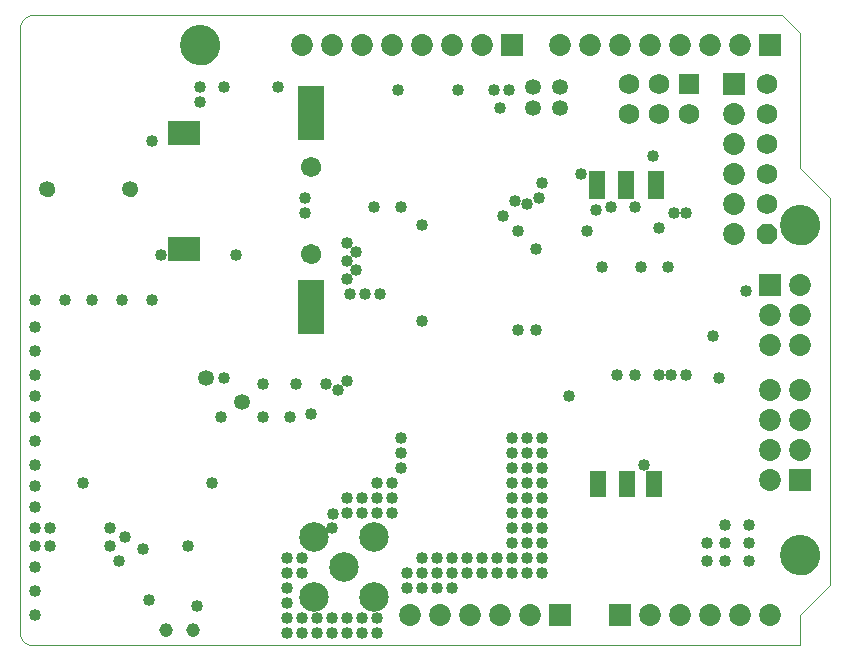
<source format=gbs>
G75*
%MOIN*%
%OFA0B0*%
%FSLAX24Y24*%
%IPPOS*%
%LPD*%
%AMOC8*
5,1,8,0,0,1.08239X$1,22.5*
%
%ADD10C,0.0000*%
%ADD11C,0.0530*%
%ADD12R,0.0867X0.1812*%
%ADD13C,0.0671*%
%ADD14OC8,0.0680*%
%ADD15C,0.0680*%
%ADD16C,0.0532*%
%ADD17R,0.0730X0.0730*%
%ADD18C,0.0730*%
%ADD19R,0.0680X0.0680*%
%ADD20C,0.0454*%
%ADD21R,0.0552X0.0946*%
%ADD22R,0.0552X0.0867*%
%ADD23C,0.1340*%
%ADD24R,0.1104X0.0789*%
%ADD25C,0.0986*%
%ADD26C,0.0398*%
D10*
X001001Y002840D02*
X026601Y002840D01*
X026601Y003840D01*
X027601Y004840D01*
X027601Y017740D01*
X026601Y018740D01*
X026601Y023240D01*
X026001Y023840D01*
X001001Y023840D01*
X000962Y023838D01*
X000923Y023832D01*
X000885Y023823D01*
X000848Y023810D01*
X000812Y023793D01*
X000779Y023773D01*
X000747Y023749D01*
X000718Y023723D01*
X000692Y023694D01*
X000668Y023662D01*
X000648Y023629D01*
X000631Y023593D01*
X000618Y023556D01*
X000609Y023518D01*
X000603Y023479D01*
X000601Y023440D01*
X000601Y003240D01*
X000603Y003201D01*
X000609Y003162D01*
X000618Y003124D01*
X000631Y003087D01*
X000648Y003051D01*
X000668Y003018D01*
X000692Y002986D01*
X000718Y002957D01*
X000747Y002931D01*
X000779Y002907D01*
X000812Y002887D01*
X000848Y002870D01*
X000885Y002857D01*
X000923Y002848D01*
X000962Y002842D01*
X001001Y002840D01*
X005261Y003340D02*
X005263Y003367D01*
X005269Y003393D01*
X005278Y003418D01*
X005291Y003441D01*
X005307Y003462D01*
X005326Y003481D01*
X005347Y003497D01*
X005370Y003510D01*
X005395Y003519D01*
X005421Y003525D01*
X005448Y003527D01*
X005475Y003525D01*
X005501Y003519D01*
X005526Y003510D01*
X005549Y003497D01*
X005570Y003481D01*
X005589Y003462D01*
X005605Y003441D01*
X005618Y003418D01*
X005627Y003393D01*
X005633Y003367D01*
X005635Y003340D01*
X005633Y003313D01*
X005627Y003287D01*
X005618Y003262D01*
X005605Y003239D01*
X005589Y003218D01*
X005570Y003199D01*
X005549Y003183D01*
X005526Y003170D01*
X005501Y003161D01*
X005475Y003155D01*
X005448Y003153D01*
X005421Y003155D01*
X005395Y003161D01*
X005370Y003170D01*
X005347Y003183D01*
X005326Y003199D01*
X005307Y003218D01*
X005291Y003239D01*
X005278Y003262D01*
X005269Y003287D01*
X005263Y003313D01*
X005261Y003340D01*
X006167Y003340D02*
X006169Y003367D01*
X006175Y003393D01*
X006184Y003418D01*
X006197Y003441D01*
X006213Y003462D01*
X006232Y003481D01*
X006253Y003497D01*
X006276Y003510D01*
X006301Y003519D01*
X006327Y003525D01*
X006354Y003527D01*
X006381Y003525D01*
X006407Y003519D01*
X006432Y003510D01*
X006455Y003497D01*
X006476Y003481D01*
X006495Y003462D01*
X006511Y003441D01*
X006524Y003418D01*
X006533Y003393D01*
X006539Y003367D01*
X006541Y003340D01*
X006539Y003313D01*
X006533Y003287D01*
X006524Y003262D01*
X006511Y003239D01*
X006495Y003218D01*
X006476Y003199D01*
X006455Y003183D01*
X006432Y003170D01*
X006407Y003161D01*
X006381Y003155D01*
X006354Y003153D01*
X006327Y003155D01*
X006301Y003161D01*
X006276Y003170D01*
X006253Y003183D01*
X006232Y003199D01*
X006213Y003218D01*
X006197Y003239D01*
X006184Y003262D01*
X006175Y003287D01*
X006169Y003313D01*
X006167Y003340D01*
X010006Y015883D02*
X010008Y015917D01*
X010014Y015951D01*
X010024Y015984D01*
X010037Y016015D01*
X010055Y016045D01*
X010075Y016073D01*
X010099Y016098D01*
X010125Y016120D01*
X010153Y016138D01*
X010184Y016154D01*
X010216Y016166D01*
X010250Y016174D01*
X010284Y016178D01*
X010318Y016178D01*
X010352Y016174D01*
X010386Y016166D01*
X010418Y016154D01*
X010448Y016138D01*
X010477Y016120D01*
X010503Y016098D01*
X010527Y016073D01*
X010547Y016045D01*
X010565Y016015D01*
X010578Y015984D01*
X010588Y015951D01*
X010594Y015917D01*
X010596Y015883D01*
X010594Y015849D01*
X010588Y015815D01*
X010578Y015782D01*
X010565Y015751D01*
X010547Y015721D01*
X010527Y015693D01*
X010503Y015668D01*
X010477Y015646D01*
X010449Y015628D01*
X010418Y015612D01*
X010386Y015600D01*
X010352Y015592D01*
X010318Y015588D01*
X010284Y015588D01*
X010250Y015592D01*
X010216Y015600D01*
X010184Y015612D01*
X010153Y015628D01*
X010125Y015646D01*
X010099Y015668D01*
X010075Y015693D01*
X010055Y015721D01*
X010037Y015751D01*
X010024Y015782D01*
X010014Y015815D01*
X010008Y015849D01*
X010006Y015883D01*
X010006Y018797D02*
X010008Y018831D01*
X010014Y018865D01*
X010024Y018898D01*
X010037Y018929D01*
X010055Y018959D01*
X010075Y018987D01*
X010099Y019012D01*
X010125Y019034D01*
X010153Y019052D01*
X010184Y019068D01*
X010216Y019080D01*
X010250Y019088D01*
X010284Y019092D01*
X010318Y019092D01*
X010352Y019088D01*
X010386Y019080D01*
X010418Y019068D01*
X010448Y019052D01*
X010477Y019034D01*
X010503Y019012D01*
X010527Y018987D01*
X010547Y018959D01*
X010565Y018929D01*
X010578Y018898D01*
X010588Y018865D01*
X010594Y018831D01*
X010596Y018797D01*
X010594Y018763D01*
X010588Y018729D01*
X010578Y018696D01*
X010565Y018665D01*
X010547Y018635D01*
X010527Y018607D01*
X010503Y018582D01*
X010477Y018560D01*
X010449Y018542D01*
X010418Y018526D01*
X010386Y018514D01*
X010352Y018506D01*
X010318Y018502D01*
X010284Y018502D01*
X010250Y018506D01*
X010216Y018514D01*
X010184Y018526D01*
X010153Y018542D01*
X010125Y018560D01*
X010099Y018582D01*
X010075Y018607D01*
X010055Y018635D01*
X010037Y018665D01*
X010024Y018696D01*
X010014Y018729D01*
X010008Y018763D01*
X010006Y018797D01*
X005971Y022840D02*
X005973Y022890D01*
X005979Y022940D01*
X005989Y022989D01*
X006003Y023037D01*
X006020Y023084D01*
X006041Y023129D01*
X006066Y023173D01*
X006094Y023214D01*
X006126Y023253D01*
X006160Y023290D01*
X006197Y023324D01*
X006237Y023354D01*
X006279Y023381D01*
X006323Y023405D01*
X006369Y023426D01*
X006416Y023442D01*
X006464Y023455D01*
X006514Y023464D01*
X006563Y023469D01*
X006614Y023470D01*
X006664Y023467D01*
X006713Y023460D01*
X006762Y023449D01*
X006810Y023434D01*
X006856Y023416D01*
X006901Y023394D01*
X006944Y023368D01*
X006985Y023339D01*
X007024Y023307D01*
X007060Y023272D01*
X007092Y023234D01*
X007122Y023194D01*
X007149Y023151D01*
X007172Y023107D01*
X007191Y023061D01*
X007207Y023013D01*
X007219Y022964D01*
X007227Y022915D01*
X007231Y022865D01*
X007231Y022815D01*
X007227Y022765D01*
X007219Y022716D01*
X007207Y022667D01*
X007191Y022619D01*
X007172Y022573D01*
X007149Y022529D01*
X007122Y022486D01*
X007092Y022446D01*
X007060Y022408D01*
X007024Y022373D01*
X006985Y022341D01*
X006944Y022312D01*
X006901Y022286D01*
X006856Y022264D01*
X006810Y022246D01*
X006762Y022231D01*
X006713Y022220D01*
X006664Y022213D01*
X006614Y022210D01*
X006563Y022211D01*
X006514Y022216D01*
X006464Y022225D01*
X006416Y022238D01*
X006369Y022254D01*
X006323Y022275D01*
X006279Y022299D01*
X006237Y022326D01*
X006197Y022356D01*
X006160Y022390D01*
X006126Y022427D01*
X006094Y022466D01*
X006066Y022507D01*
X006041Y022551D01*
X006020Y022596D01*
X006003Y022643D01*
X005989Y022691D01*
X005979Y022740D01*
X005973Y022790D01*
X005971Y022840D01*
X004036Y018040D02*
X004038Y018069D01*
X004044Y018098D01*
X004053Y018126D01*
X004066Y018153D01*
X004083Y018178D01*
X004102Y018200D01*
X004124Y018219D01*
X004149Y018236D01*
X004176Y018249D01*
X004204Y018258D01*
X004233Y018264D01*
X004262Y018266D01*
X004291Y018264D01*
X004320Y018258D01*
X004348Y018249D01*
X004375Y018236D01*
X004400Y018219D01*
X004422Y018200D01*
X004441Y018178D01*
X004458Y018153D01*
X004471Y018126D01*
X004480Y018098D01*
X004486Y018069D01*
X004488Y018040D01*
X004486Y018011D01*
X004480Y017982D01*
X004471Y017954D01*
X004458Y017927D01*
X004441Y017902D01*
X004422Y017880D01*
X004400Y017861D01*
X004375Y017844D01*
X004348Y017831D01*
X004320Y017822D01*
X004291Y017816D01*
X004262Y017814D01*
X004233Y017816D01*
X004204Y017822D01*
X004176Y017831D01*
X004149Y017844D01*
X004124Y017861D01*
X004102Y017880D01*
X004083Y017902D01*
X004066Y017927D01*
X004053Y017954D01*
X004044Y017982D01*
X004038Y018011D01*
X004036Y018040D01*
X001280Y018040D02*
X001282Y018069D01*
X001288Y018098D01*
X001297Y018126D01*
X001310Y018153D01*
X001327Y018178D01*
X001346Y018200D01*
X001368Y018219D01*
X001393Y018236D01*
X001420Y018249D01*
X001448Y018258D01*
X001477Y018264D01*
X001506Y018266D01*
X001535Y018264D01*
X001564Y018258D01*
X001592Y018249D01*
X001619Y018236D01*
X001644Y018219D01*
X001666Y018200D01*
X001685Y018178D01*
X001702Y018153D01*
X001715Y018126D01*
X001724Y018098D01*
X001730Y018069D01*
X001732Y018040D01*
X001730Y018011D01*
X001724Y017982D01*
X001715Y017954D01*
X001702Y017927D01*
X001685Y017902D01*
X001666Y017880D01*
X001644Y017861D01*
X001619Y017844D01*
X001592Y017831D01*
X001564Y017822D01*
X001535Y017816D01*
X001506Y017814D01*
X001477Y017816D01*
X001448Y017822D01*
X001420Y017831D01*
X001393Y017844D01*
X001368Y017861D01*
X001346Y017880D01*
X001327Y017902D01*
X001310Y017927D01*
X001297Y017954D01*
X001288Y017982D01*
X001282Y018011D01*
X001280Y018040D01*
X025971Y016840D02*
X025973Y016890D01*
X025979Y016940D01*
X025989Y016989D01*
X026003Y017037D01*
X026020Y017084D01*
X026041Y017129D01*
X026066Y017173D01*
X026094Y017214D01*
X026126Y017253D01*
X026160Y017290D01*
X026197Y017324D01*
X026237Y017354D01*
X026279Y017381D01*
X026323Y017405D01*
X026369Y017426D01*
X026416Y017442D01*
X026464Y017455D01*
X026514Y017464D01*
X026563Y017469D01*
X026614Y017470D01*
X026664Y017467D01*
X026713Y017460D01*
X026762Y017449D01*
X026810Y017434D01*
X026856Y017416D01*
X026901Y017394D01*
X026944Y017368D01*
X026985Y017339D01*
X027024Y017307D01*
X027060Y017272D01*
X027092Y017234D01*
X027122Y017194D01*
X027149Y017151D01*
X027172Y017107D01*
X027191Y017061D01*
X027207Y017013D01*
X027219Y016964D01*
X027227Y016915D01*
X027231Y016865D01*
X027231Y016815D01*
X027227Y016765D01*
X027219Y016716D01*
X027207Y016667D01*
X027191Y016619D01*
X027172Y016573D01*
X027149Y016529D01*
X027122Y016486D01*
X027092Y016446D01*
X027060Y016408D01*
X027024Y016373D01*
X026985Y016341D01*
X026944Y016312D01*
X026901Y016286D01*
X026856Y016264D01*
X026810Y016246D01*
X026762Y016231D01*
X026713Y016220D01*
X026664Y016213D01*
X026614Y016210D01*
X026563Y016211D01*
X026514Y016216D01*
X026464Y016225D01*
X026416Y016238D01*
X026369Y016254D01*
X026323Y016275D01*
X026279Y016299D01*
X026237Y016326D01*
X026197Y016356D01*
X026160Y016390D01*
X026126Y016427D01*
X026094Y016466D01*
X026066Y016507D01*
X026041Y016551D01*
X026020Y016596D01*
X026003Y016643D01*
X025989Y016691D01*
X025979Y016740D01*
X025973Y016790D01*
X025971Y016840D01*
X025971Y005840D02*
X025973Y005890D01*
X025979Y005940D01*
X025989Y005989D01*
X026003Y006037D01*
X026020Y006084D01*
X026041Y006129D01*
X026066Y006173D01*
X026094Y006214D01*
X026126Y006253D01*
X026160Y006290D01*
X026197Y006324D01*
X026237Y006354D01*
X026279Y006381D01*
X026323Y006405D01*
X026369Y006426D01*
X026416Y006442D01*
X026464Y006455D01*
X026514Y006464D01*
X026563Y006469D01*
X026614Y006470D01*
X026664Y006467D01*
X026713Y006460D01*
X026762Y006449D01*
X026810Y006434D01*
X026856Y006416D01*
X026901Y006394D01*
X026944Y006368D01*
X026985Y006339D01*
X027024Y006307D01*
X027060Y006272D01*
X027092Y006234D01*
X027122Y006194D01*
X027149Y006151D01*
X027172Y006107D01*
X027191Y006061D01*
X027207Y006013D01*
X027219Y005964D01*
X027227Y005915D01*
X027231Y005865D01*
X027231Y005815D01*
X027227Y005765D01*
X027219Y005716D01*
X027207Y005667D01*
X027191Y005619D01*
X027172Y005573D01*
X027149Y005529D01*
X027122Y005486D01*
X027092Y005446D01*
X027060Y005408D01*
X027024Y005373D01*
X026985Y005341D01*
X026944Y005312D01*
X026901Y005286D01*
X026856Y005264D01*
X026810Y005246D01*
X026762Y005231D01*
X026713Y005220D01*
X026664Y005213D01*
X026614Y005210D01*
X026563Y005211D01*
X026514Y005216D01*
X026464Y005225D01*
X026416Y005238D01*
X026369Y005254D01*
X026323Y005275D01*
X026279Y005299D01*
X026237Y005326D01*
X026197Y005356D01*
X026160Y005390D01*
X026126Y005427D01*
X026094Y005466D01*
X026066Y005507D01*
X026041Y005551D01*
X026020Y005596D01*
X026003Y005643D01*
X025989Y005691D01*
X025979Y005740D01*
X025973Y005790D01*
X025971Y005840D01*
D11*
X018601Y020740D03*
X018601Y021440D03*
X017701Y021440D03*
X017701Y020740D03*
X006801Y011740D03*
X008001Y010940D03*
D12*
X010301Y014112D03*
X010301Y020568D03*
D13*
X010301Y018797D03*
X010301Y015883D03*
D14*
X025501Y016540D03*
D15*
X025501Y017540D03*
X025501Y018540D03*
X025501Y019540D03*
X025501Y020540D03*
X025501Y021540D03*
X022901Y020540D03*
X021901Y020540D03*
X021901Y021540D03*
X020901Y021540D03*
X020901Y020540D03*
D16*
X004262Y018040D03*
X001506Y018040D03*
D17*
X017001Y022840D03*
X024401Y021540D03*
X025601Y022840D03*
X025601Y014840D03*
X026601Y008340D03*
X020601Y003840D03*
X018601Y003840D03*
D18*
X017601Y003840D03*
X016601Y003840D03*
X015601Y003840D03*
X014601Y003840D03*
X013601Y003840D03*
X021601Y003840D03*
X022601Y003840D03*
X023601Y003840D03*
X024601Y003840D03*
X025601Y003840D03*
X025601Y008340D03*
X025601Y009340D03*
X026601Y009340D03*
X026601Y010340D03*
X026601Y011340D03*
X025601Y011340D03*
X025601Y010340D03*
X025601Y012840D03*
X026601Y012840D03*
X026601Y013840D03*
X026601Y014840D03*
X025601Y013840D03*
X024401Y016540D03*
X024401Y017540D03*
X024401Y018540D03*
X024401Y019540D03*
X024401Y020540D03*
X024601Y022840D03*
X023601Y022840D03*
X022601Y022840D03*
X021601Y022840D03*
X020601Y022840D03*
X019601Y022840D03*
X018601Y022840D03*
X016001Y022840D03*
X015001Y022840D03*
X014001Y022840D03*
X013001Y022840D03*
X012001Y022840D03*
X011001Y022840D03*
X010001Y022840D03*
D19*
X022901Y021540D03*
D20*
X006354Y003340D03*
X005448Y003340D03*
D21*
X019819Y018166D03*
X020784Y018182D03*
X021807Y018166D03*
D22*
X021740Y008217D03*
X020811Y008217D03*
X019851Y008225D03*
D23*
X026601Y005840D03*
X026601Y016840D03*
X006601Y022840D03*
D24*
X006063Y019908D03*
X006063Y016050D03*
D25*
X010397Y006444D03*
X011401Y005440D03*
X012405Y006444D03*
X012405Y004436D03*
X010397Y004436D03*
D26*
X010501Y003740D03*
X011001Y003740D03*
X011501Y003740D03*
X012001Y003740D03*
X012501Y003740D03*
X012501Y003240D03*
X012001Y003240D03*
X011501Y003240D03*
X011001Y003240D03*
X010501Y003240D03*
X010001Y003240D03*
X009501Y003240D03*
X009501Y003740D03*
X010001Y003740D03*
X009501Y004240D03*
X009501Y004740D03*
X009501Y005240D03*
X010001Y005240D03*
X010001Y005740D03*
X009501Y005740D03*
X011001Y006740D03*
X011011Y007220D03*
X011501Y007240D03*
X012001Y007240D03*
X012501Y007240D03*
X013001Y007240D03*
X013001Y007740D03*
X013001Y008240D03*
X012501Y008240D03*
X012501Y007740D03*
X012001Y007740D03*
X011501Y007740D03*
X013301Y008740D03*
X013301Y009240D03*
X013301Y009740D03*
X011201Y011340D03*
X011501Y011640D03*
X010801Y011540D03*
X009801Y011540D03*
X008701Y011540D03*
X008701Y010440D03*
X009601Y010440D03*
X010301Y010540D03*
X007301Y010440D03*
X007401Y011740D03*
X005001Y014340D03*
X004001Y014340D03*
X003001Y014340D03*
X002101Y014340D03*
X001101Y014340D03*
X001101Y013440D03*
X001101Y012640D03*
X001101Y011840D03*
X001101Y011140D03*
X001101Y010440D03*
X001101Y009640D03*
X001101Y008840D03*
X001101Y008140D03*
X001101Y007440D03*
X001101Y006740D03*
X001601Y006740D03*
X001601Y006140D03*
X001101Y006140D03*
X001101Y005440D03*
X001101Y004640D03*
X001101Y003840D03*
X003901Y005640D03*
X003601Y006140D03*
X004101Y006440D03*
X003601Y006740D03*
X004701Y006040D03*
X006201Y006140D03*
X006501Y004140D03*
X004901Y004340D03*
X007001Y008240D03*
X002701Y008240D03*
X005301Y015840D03*
X007801Y015840D03*
X010101Y017240D03*
X010101Y017740D03*
X011501Y016240D03*
X011801Y015940D03*
X011501Y015640D03*
X011801Y015340D03*
X011501Y015040D03*
X011601Y014540D03*
X012101Y014540D03*
X012601Y014540D03*
X014001Y013640D03*
X017201Y013340D03*
X017801Y013340D03*
X020001Y015440D03*
X021301Y015440D03*
X022201Y015440D03*
X021901Y016740D03*
X022401Y017240D03*
X022801Y017240D03*
X021101Y017440D03*
X020301Y017440D03*
X019801Y017340D03*
X019501Y016640D03*
X017901Y017740D03*
X017501Y017540D03*
X017101Y017640D03*
X016701Y017140D03*
X017201Y016640D03*
X017801Y016040D03*
X018001Y018240D03*
X019301Y018540D03*
X021701Y019140D03*
X016901Y021340D03*
X016401Y021340D03*
X016601Y020740D03*
X015201Y021340D03*
X013201Y021340D03*
X009201Y021440D03*
X007401Y021440D03*
X006601Y021440D03*
X006601Y020940D03*
X005001Y019640D03*
X012401Y017440D03*
X013301Y017440D03*
X014001Y016840D03*
X020501Y011840D03*
X021101Y011840D03*
X021901Y011840D03*
X022301Y011840D03*
X022801Y011840D03*
X023901Y011740D03*
X023701Y013140D03*
X024801Y014640D03*
X018901Y011140D03*
X018001Y009740D03*
X018001Y009240D03*
X018001Y008740D03*
X017501Y008740D03*
X017501Y009240D03*
X017501Y009740D03*
X017001Y009740D03*
X017001Y009240D03*
X017001Y008740D03*
X017001Y008240D03*
X017501Y008240D03*
X018001Y008240D03*
X018001Y007740D03*
X018001Y007240D03*
X018001Y006740D03*
X018001Y006240D03*
X018001Y005740D03*
X018001Y005240D03*
X017501Y005240D03*
X017501Y005740D03*
X017501Y006240D03*
X017501Y006740D03*
X017501Y007240D03*
X017501Y007740D03*
X017001Y007740D03*
X017001Y007240D03*
X017001Y006740D03*
X017001Y006240D03*
X017001Y005740D03*
X016501Y005740D03*
X016501Y005240D03*
X017001Y005240D03*
X016001Y005240D03*
X016001Y005740D03*
X015501Y005740D03*
X015501Y005240D03*
X015001Y005240D03*
X015001Y005740D03*
X014501Y005740D03*
X014001Y005740D03*
X014001Y005240D03*
X014501Y005240D03*
X014501Y004740D03*
X014001Y004740D03*
X013501Y004740D03*
X013501Y005240D03*
X015001Y004740D03*
X021401Y008840D03*
X024101Y006840D03*
X024101Y006240D03*
X024101Y005640D03*
X023501Y005640D03*
X023501Y006240D03*
X024901Y006240D03*
X024901Y005640D03*
X024901Y006840D03*
M02*

</source>
